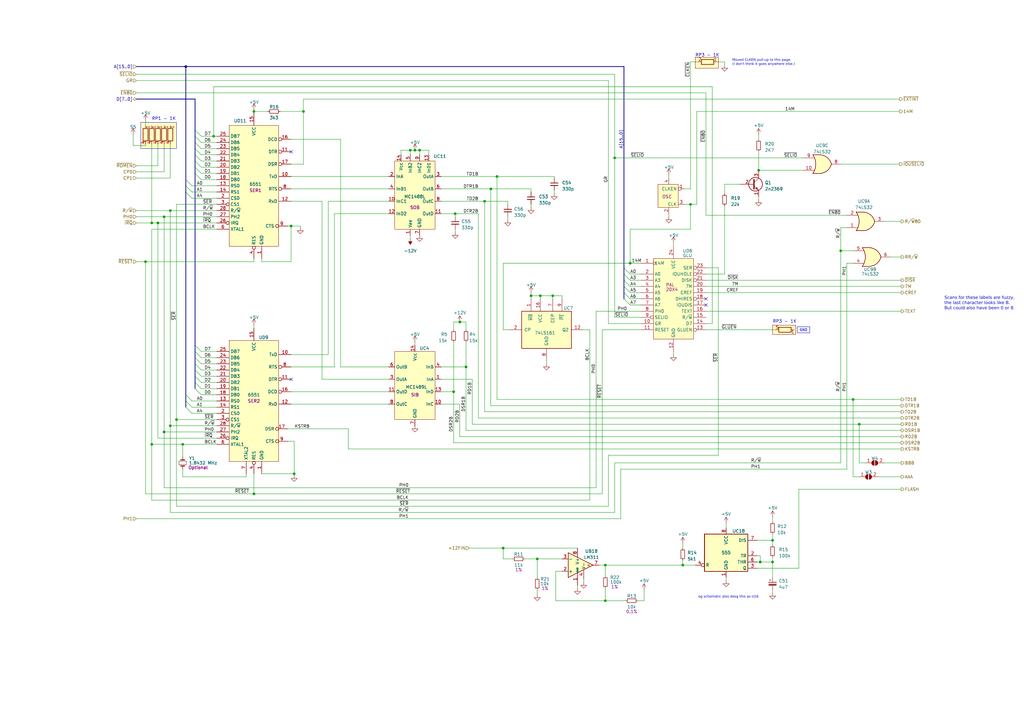
<source format=kicad_sch>
(kicad_sch (version 20230121) (generator eeschema)
  (paper "A3")
  (title_block (title "Serial and GLU") (rev "1") (company "bald.ee/bitpreserve") (comment 1 "Apple IIc"))
  (junction (at 248.285 231.775))
  (junction (at 72.39 172.085))
  (junction (at 104.14 45.72))
  (junction (at 280.035 231.775))
  (junction (at 104.14 202.565))
  (junction (at 206.375 224.79))
  (junction (at 74.93 182.245))
  (junction (at 69.85 174.625))
  (junction (at 170.18 61.595))
  (junction (at 316.865 221.615))
  (junction (at 186.69 87.63))
  (junction (at 248.285 246.38))
  (junction (at 188.595 132.08))
  (junction (at 124.46 45.72))
  (junction (at 62.23 91.44))
  (junction (at 67.31 88.9))
  (junction (at 172.085 61.595))
  (junction (at 69.85 86.36))
  (junction (at 186.055 160.655))
  (junction (at 217.805 121.285))
  (junction (at 220.345 229.235))
  (junction (at 168.275 61.595))
  (junction (at 203.835 72.39))
  (junction (at 258.445 107.95))
  (junction (at 198.755 82.55))
  (junction (at 119.38 92.71))
  (junction (at 352.425 173.99))
  (junction (at 349.885 163.83))
  (junction (at 64.77 91.44))
  (junction (at 252.095 64.77))
  (junction (at 221.615 121.285))
  (junction (at 226.695 121.285))
  (junction (at 120.65 194.31))
  (junction (at 67.31 177.165))
  (junction (at 311.785 230.505))
  (junction (at 191.135 150.495))
  (junction (at 201.295 77.47))
  (junction (at 59.69 107.315))
  (junction (at 283.21 83.82))
  (junction (at 316.865 230.505))
  (junction (at 344.805 102.87))
  (junction (at 87.63 55.88))
  (junction (at 311.15 69.85))
  (junction (at 62.23 182.245))
  (junction (at 76.2 27.305))
  (no_connect (at 119.38 62.23))
  (no_connect (at 289.56 125.095))
  (no_connect (at 289.56 122.555))
  (no_connect (at 119.38 155.575))
  (bus_entry (at 80.01 58.42) (size 2.54 2.54))
  (bus_entry (at 255.905 117.475) (size 2.54 2.54))
  (bus_entry (at 255.905 112.395) (size 2.54 2.54))
  (bus_entry (at 80.01 68.58) (size 2.54 2.54))
  (bus_entry (at 76.2 76.2) (size 2.54 2.54))
  (bus_entry (at 80.01 71.12) (size 2.54 2.54))
  (bus_entry (at 76.2 167.005) (size 2.54 2.54))
  (bus_entry (at 80.01 146.685) (size 2.54 2.54))
  (bus_entry (at 80.01 151.765) (size 2.54 2.54))
  (bus_entry (at 80.01 60.96) (size 2.54 2.54))
  (bus_entry (at 255.905 114.935) (size 2.54 2.54))
  (bus_entry (at 80.01 141.605) (size 2.54 2.54))
  (bus_entry (at 76.2 161.925) (size 2.54 2.54))
  (bus_entry (at 80.01 53.34) (size 2.54 2.54))
  (bus_entry (at 80.01 154.305) (size 2.54 2.54))
  (bus_entry (at 255.905 120.015) (size 2.54 2.54))
  (bus_entry (at 76.2 164.465) (size 2.54 2.54))
  (bus_entry (at 80.01 55.88) (size 2.54 2.54))
  (bus_entry (at 80.01 159.385) (size 2.54 2.54))
  (bus_entry (at 255.905 122.555) (size 2.54 2.54))
  (bus_entry (at 80.01 66.04) (size 2.54 2.54))
  (bus_entry (at 76.2 78.74) (size 2.54 2.54))
  (bus_entry (at 80.01 144.145) (size 2.54 2.54))
  (bus_entry (at 80.01 149.225) (size 2.54 2.54))
  (bus_entry (at 80.01 63.5) (size 2.54 2.54))
  (bus_entry (at 76.2 73.66) (size 2.54 2.54))
  (bus_entry (at 80.01 156.845) (size 2.54 2.54))
  (bus_entry (at 255.905 109.855) (size 2.54 2.54))
  (wire (pts (xy 369.57 171.45) (xy 196.215 171.45)))
  (wire (pts (xy 276.225 144.145) (xy 276.225 145.415)))
  (wire (pts (xy 215.265 229.235) (xy 220.345 229.235)))
  (wire (pts (xy 285.75 45.72) (xy 285.75 83.82)))
  (wire (pts (xy 139.7 57.15) (xy 139.7 150.495)))
  (wire (pts (xy 82.55 73.66) (xy 88.9 73.66)))
  (wire (pts (xy 180.975 160.655) (xy 186.055 160.655)))
  (wire (pts (xy 193.675 155.575) (xy 193.675 173.99)))
  (wire (pts (xy 69.85 210.185) (xy 252.095 210.185)))
  (wire (pts (xy 264.16 246.38) (xy 261.62 246.38)))
  (wire (pts (xy 248.285 241.3) (xy 248.285 246.38)))
  (wire (pts (xy 283.21 77.47) (xy 280.67 77.47)))
  (wire (pts (xy 180.975 72.39) (xy 203.835 72.39)))
  (wire (pts (xy 118.11 92.71) (xy 119.38 92.71)))
  (wire (pts (xy 258.445 93.98) (xy 258.445 107.95)))
  (wire (pts (xy 69.85 86.36) (xy 69.85 174.625)))
  (wire (pts (xy 280.035 231.775) (xy 285.115 231.775)))
  (wire (pts (xy 254.635 192.405) (xy 254.635 212.725)))
  (wire (pts (xy 67.31 88.9) (xy 88.9 88.9)))
  (wire (pts (xy 191.135 176.53) (xy 369.57 176.53)))
  (wire (pts (xy 201.295 77.47) (xy 217.805 77.47)))
  (wire (pts (xy 208.28 82.55) (xy 208.28 83.82)))
  (wire (pts (xy 59.69 107.315) (xy 59.69 202.565)))
  (wire (pts (xy 201.295 77.47) (xy 201.295 166.37)))
  (wire (pts (xy 107.315 194.31) (xy 120.65 194.31)))
  (wire (pts (xy 344.805 102.87) (xy 344.805 189.865)))
  (wire (pts (xy 82.55 71.12) (xy 88.9 71.12)))
  (bus (pts (xy 76.2 27.305) (xy 55.88 27.305)))
  (bus (pts (xy 55.88 40.64) (xy 80.01 40.64)))
  (wire (pts (xy 74.93 182.245) (xy 74.93 187.325)))
  (wire (pts (xy 289.56 120.015) (xy 369.57 120.015)))
  (wire (pts (xy 124.46 45.72) (xy 124.46 40.64)))
  (wire (pts (xy 55.88 86.36) (xy 69.85 86.36)))
  (wire (pts (xy 294.64 186.69) (xy 294.64 109.855)))
  (wire (pts (xy 74.93 195.58) (xy 74.93 192.405)))
  (wire (pts (xy 118.11 175.895) (xy 142.875 175.895)))
  (wire (pts (xy 87.63 55.88) (xy 88.9 55.88)))
  (bus (pts (xy 76.2 78.74) (xy 76.2 161.925)))
  (wire (pts (xy 104.14 45.72) (xy 109.855 45.72)))
  (wire (pts (xy 311.785 227.965) (xy 310.515 227.965)))
  (wire (pts (xy 104.14 106.045) (xy 104.14 107.315)))
  (wire (pts (xy 82.55 68.58) (xy 88.9 68.58)))
  (wire (pts (xy 82.55 63.5) (xy 88.9 63.5)))
  (wire (pts (xy 124.46 67.31) (xy 124.46 45.72)))
  (wire (pts (xy 292.1 35.56) (xy 292.1 132.715)))
  (wire (pts (xy 252.095 189.865) (xy 252.095 210.185)))
  (wire (pts (xy 67.31 200.025) (xy 244.475 200.025)))
  (wire (pts (xy 258.445 112.395) (xy 262.89 112.395)))
  (wire (pts (xy 294.005 25.4) (xy 297.18 25.4)))
  (wire (pts (xy 82.55 146.685) (xy 88.9 146.685)))
  (wire (pts (xy 311.785 230.505) (xy 311.785 227.965)))
  (wire (pts (xy 188.595 132.08) (xy 191.135 132.08)))
  (wire (pts (xy 347.345 88.265) (xy 289.56 88.265)))
  (wire (pts (xy 67.31 70.485) (xy 67.31 59.055)))
  (wire (pts (xy 236.855 240.03) (xy 236.855 241.3)))
  (wire (pts (xy 188.595 165.735) (xy 188.595 179.07)))
  (wire (pts (xy 226.695 121.285) (xy 226.695 122.555)))
  (wire (pts (xy 78.74 164.465) (xy 88.9 164.465)))
  (wire (pts (xy 248.285 231.775) (xy 248.285 236.22)))
  (wire (pts (xy 82.55 55.88) (xy 87.63 55.88)))
  (wire (pts (xy 349.885 163.83) (xy 349.885 195.58)))
  (wire (pts (xy 119.38 150.495) (xy 137.16 150.495)))
  (wire (pts (xy 78.74 76.2) (xy 88.9 76.2)))
  (wire (pts (xy 198.755 82.55) (xy 198.755 168.91)))
  (wire (pts (xy 297.815 236.855) (xy 297.815 238.125)))
  (wire (pts (xy 244.475 127.635) (xy 244.475 200.025)))
  (wire (pts (xy 164.465 63.5) (xy 164.465 61.595)))
  (wire (pts (xy 297.18 79.375) (xy 297.18 75.565)))
  (wire (pts (xy 249.555 186.69) (xy 294.64 186.69)))
  (wire (pts (xy 264.16 241.935) (xy 264.16 246.38)))
  (wire (pts (xy 180.975 155.575) (xy 193.675 155.575)))
  (wire (pts (xy 368.935 45.72) (xy 285.75 45.72)))
  (bus (pts (xy 80.01 40.64) (xy 80.01 53.34)))
  (wire (pts (xy 258.445 125.095) (xy 262.89 125.095)))
  (wire (pts (xy 201.295 166.37) (xy 369.57 166.37)))
  (wire (pts (xy 132.08 155.575) (xy 159.385 155.575)))
  (wire (pts (xy 55.88 33.02) (xy 249.555 33.02)))
  (wire (pts (xy 67.31 88.9) (xy 67.31 177.165)))
  (wire (pts (xy 118.11 180.975) (xy 120.65 180.975)))
  (wire (pts (xy 206.375 229.235) (xy 210.185 229.235)))
  (wire (pts (xy 283.21 83.82) (xy 283.21 93.98)))
  (bus (pts (xy 80.01 66.04) (xy 80.01 68.58)))
  (wire (pts (xy 100.965 194.31) (xy 100.965 195.58)))
  (wire (pts (xy 82.55 149.225) (xy 88.9 149.225)))
  (wire (pts (xy 120.65 194.31) (xy 120.65 180.975)))
  (wire (pts (xy 188.595 179.07) (xy 369.57 179.07)))
  (wire (pts (xy 344.805 67.31) (xy 368.935 67.31)))
  (wire (pts (xy 55.88 67.945) (xy 64.77 67.945)))
  (wire (pts (xy 311.15 55.245) (xy 311.15 57.15)))
  (wire (pts (xy 316.865 230.505) (xy 316.865 236.855)))
  (wire (pts (xy 289.56 112.395) (xy 297.18 112.395)))
  (bus (pts (xy 80.01 146.685) (xy 80.01 149.225)))
  (wire (pts (xy 170.18 140.335) (xy 170.18 141.605)))
  (wire (pts (xy 186.055 181.61) (xy 369.57 181.61)))
  (wire (pts (xy 186.055 160.655) (xy 186.055 181.61)))
  (wire (pts (xy 67.31 177.165) (xy 67.31 200.025)))
  (wire (pts (xy 69.85 174.625) (xy 69.85 210.185)))
  (wire (pts (xy 120.65 194.31) (xy 120.65 194.945)))
  (wire (pts (xy 137.16 87.63) (xy 159.385 87.63)))
  (wire (pts (xy 360.045 195.58) (xy 369.57 195.58)))
  (wire (pts (xy 310.515 233.045) (xy 327.66 233.045)))
  (wire (pts (xy 119.38 67.31) (xy 124.46 67.31)))
  (wire (pts (xy 316.865 221.615) (xy 316.865 223.52)))
  (wire (pts (xy 62.23 93.98) (xy 62.23 182.245)))
  (wire (pts (xy 239.395 135.255) (xy 241.935 135.255)))
  (wire (pts (xy 168.275 96.52) (xy 168.275 97.79)))
  (wire (pts (xy 100.965 195.58) (xy 74.93 195.58)))
  (bus (pts (xy 80.01 63.5) (xy 80.01 66.04)))
  (bus (pts (xy 76.2 161.925) (xy 76.2 164.465)))
  (wire (pts (xy 186.69 93.98) (xy 186.69 95.25)))
  (wire (pts (xy 191.135 150.495) (xy 191.135 176.53)))
  (wire (pts (xy 164.465 61.595) (xy 168.275 61.595)))
  (wire (pts (xy 186.055 160.655) (xy 186.055 140.335)))
  (wire (pts (xy 354.965 189.865) (xy 352.425 189.865)))
  (wire (pts (xy 175.895 61.595) (xy 175.895 63.5)))
  (wire (pts (xy 262.89 135.255) (xy 247.015 135.255)))
  (wire (pts (xy 289.56 114.935) (xy 369.57 114.935)))
  (wire (pts (xy 285.75 83.82) (xy 283.21 83.82)))
  (wire (pts (xy 119.38 92.71) (xy 123.19 92.71)))
  (wire (pts (xy 107.315 107.315) (xy 119.38 107.315)))
  (wire (pts (xy 59.69 49.53) (xy 59.69 51.435)))
  (wire (pts (xy 258.445 114.935) (xy 262.89 114.935)))
  (wire (pts (xy 220.345 229.235) (xy 230.505 229.235)))
  (wire (pts (xy 82.55 66.04) (xy 88.9 66.04)))
  (wire (pts (xy 221.615 121.285) (xy 217.805 121.285)))
  (wire (pts (xy 276.225 99.695) (xy 276.225 100.965)))
  (wire (pts (xy 180.975 150.495) (xy 191.135 150.495)))
  (wire (pts (xy 203.835 72.39) (xy 227.33 72.39)))
  (wire (pts (xy 186.69 87.63) (xy 196.215 87.63)))
  (wire (pts (xy 186.055 132.08) (xy 188.595 132.08)))
  (wire (pts (xy 55.88 107.315) (xy 59.69 107.315)))
  (wire (pts (xy 217.805 77.47) (xy 217.805 78.74)))
  (wire (pts (xy 64.77 179.705) (xy 88.9 179.705)))
  (wire (pts (xy 139.7 150.495) (xy 159.385 150.495)))
  (wire (pts (xy 54.61 55.245) (xy 54.61 59.69)))
  (wire (pts (xy 344.805 93.345) (xy 344.805 102.87)))
  (bus (pts (xy 80.01 149.225) (xy 80.01 151.765)))
  (wire (pts (xy 362.585 90.805) (xy 369.57 90.805)))
  (wire (pts (xy 220.345 241.935) (xy 220.345 243.84)))
  (wire (pts (xy 59.69 59.69) (xy 54.61 59.69)))
  (wire (pts (xy 180.975 165.735) (xy 188.595 165.735)))
  (wire (pts (xy 59.69 59.055) (xy 59.69 59.69)))
  (wire (pts (xy 230.505 122.555) (xy 230.505 121.285)))
  (wire (pts (xy 59.69 107.315) (xy 104.14 107.315)))
  (wire (pts (xy 289.56 127.635) (xy 369.57 127.635)))
  (wire (pts (xy 217.805 120.015) (xy 217.805 121.285)))
  (wire (pts (xy 69.85 86.36) (xy 88.9 86.36)))
  (wire (pts (xy 119.38 165.735) (xy 159.385 165.735)))
  (wire (pts (xy 82.55 156.845) (xy 88.9 156.845)))
  (wire (pts (xy 82.55 144.145) (xy 88.9 144.145)))
  (wire (pts (xy 82.55 154.305) (xy 88.9 154.305)))
  (wire (pts (xy 104.14 45.085) (xy 104.14 45.72)))
  (wire (pts (xy 283.21 93.98) (xy 258.445 93.98)))
  (wire (pts (xy 208.915 135.255) (xy 206.375 135.255)))
  (wire (pts (xy 311.15 62.23) (xy 311.15 69.85)))
  (wire (pts (xy 297.18 75.565) (xy 303.53 75.565)))
  (wire (pts (xy 352.425 173.99) (xy 352.425 189.865)))
  (wire (pts (xy 316.865 241.935) (xy 316.865 243.205)))
  (bus (pts (xy 255.905 112.395) (xy 255.905 109.855)))
  (wire (pts (xy 119.38 77.47) (xy 159.385 77.47)))
  (bus (pts (xy 255.905 114.935) (xy 255.905 112.395)))
  (wire (pts (xy 247.015 135.255) (xy 247.015 202.565)))
  (wire (pts (xy 119.38 107.315) (xy 119.38 92.71)))
  (wire (pts (xy 349.885 102.87) (xy 344.805 102.87)))
  (wire (pts (xy 206.375 224.79) (xy 236.855 224.79)))
  (wire (pts (xy 258.445 107.95) (xy 262.89 107.95)))
  (wire (pts (xy 206.375 107.95) (xy 206.375 135.255)))
  (wire (pts (xy 289.56 88.265) (xy 289.56 38.1)))
  (wire (pts (xy 316.865 219.075) (xy 316.865 221.615)))
  (wire (pts (xy 62.23 182.245) (xy 62.23 205.105)))
  (bus (pts (xy 255.905 117.475) (xy 255.905 114.935)))
  (wire (pts (xy 227.965 246.38) (xy 248.285 246.38)))
  (wire (pts (xy 69.85 59.055) (xy 69.85 73.025)))
  (wire (pts (xy 226.695 121.285) (xy 221.615 121.285)))
  (wire (pts (xy 180.975 77.47) (xy 201.295 77.47)))
  (wire (pts (xy 104.14 202.565) (xy 247.015 202.565)))
  (wire (pts (xy 221.615 121.285) (xy 221.615 122.555)))
  (bus (pts (xy 80.01 71.12) (xy 80.01 141.605)))
  (wire (pts (xy 248.285 231.775) (xy 280.035 231.775)))
  (wire (pts (xy 258.445 122.555) (xy 262.89 122.555)))
  (wire (pts (xy 289.56 117.475) (xy 369.57 117.475)))
  (wire (pts (xy 104.14 133.35) (xy 104.14 134.62)))
  (bus (pts (xy 80.01 53.34) (xy 80.01 55.88)))
  (wire (pts (xy 297.18 84.455) (xy 297.18 112.395)))
  (wire (pts (xy 280.67 83.82) (xy 283.21 83.82)))
  (wire (pts (xy 297.815 214.63) (xy 297.815 216.535)))
  (wire (pts (xy 249.555 33.02) (xy 249.555 132.715)))
  (wire (pts (xy 62.23 205.105) (xy 241.935 205.105)))
  (wire (pts (xy 119.38 160.655) (xy 159.385 160.655)))
  (wire (pts (xy 217.805 121.285) (xy 217.805 122.555)))
  (wire (pts (xy 170.18 61.595) (xy 172.085 61.595)))
  (wire (pts (xy 203.835 163.83) (xy 349.885 163.83)))
  (wire (pts (xy 64.77 59.055) (xy 64.77 67.945)))
  (wire (pts (xy 119.38 82.55) (xy 132.08 82.55)))
  (wire (pts (xy 206.375 224.79) (xy 206.375 229.235)))
  (wire (pts (xy 69.85 174.625) (xy 88.9 174.625)))
  (bus (pts (xy 80.01 55.88) (xy 80.01 58.42)))
  (wire (pts (xy 347.345 107.95) (xy 349.885 107.95)))
  (wire (pts (xy 310.515 230.505) (xy 311.785 230.505)))
  (wire (pts (xy 55.88 88.9) (xy 67.31 88.9)))
  (wire (pts (xy 241.935 135.255) (xy 241.935 205.105)))
  (wire (pts (xy 119.38 72.39) (xy 159.385 72.39)))
  (wire (pts (xy 274.32 87.63) (xy 274.32 88.9)))
  (bus (pts (xy 76.2 27.305) (xy 76.2 73.66)))
  (wire (pts (xy 132.08 82.55) (xy 132.08 155.575)))
  (bus (pts (xy 80.01 151.765) (xy 80.01 154.305)))
  (wire (pts (xy 252.095 64.77) (xy 329.565 64.77)))
  (wire (pts (xy 168.275 61.595) (xy 168.275 63.5)))
  (bus (pts (xy 80.01 144.145) (xy 80.01 146.685)))
  (wire (pts (xy 327.66 200.66) (xy 369.57 200.66)))
  (wire (pts (xy 67.31 177.165) (xy 88.9 177.165)))
  (wire (pts (xy 107.315 106.045) (xy 107.315 107.315)))
  (wire (pts (xy 82.55 58.42) (xy 88.9 58.42)))
  (wire (pts (xy 186.69 88.9) (xy 186.69 87.63)))
  (wire (pts (xy 123.19 92.71) (xy 123.19 93.345)))
  (wire (pts (xy 142.875 175.895) (xy 142.875 184.15)))
  (wire (pts (xy 227.965 234.315) (xy 227.965 246.38)))
  (wire (pts (xy 254.635 192.405) (xy 347.345 192.405)))
  (bus (pts (xy 80.01 154.305) (xy 80.01 156.845)))
  (bus (pts (xy 80.01 60.96) (xy 80.01 63.5)))
  (wire (pts (xy 88.9 182.245) (xy 74.93 182.245)))
  (wire (pts (xy 227.33 78.105) (xy 227.33 79.375)))
  (wire (pts (xy 327.66 233.045) (xy 327.66 200.66)))
  (wire (pts (xy 78.74 167.005) (xy 88.9 167.005)))
  (wire (pts (xy 186.055 132.08) (xy 186.055 135.255)))
  (wire (pts (xy 203.835 72.39) (xy 203.835 163.83)))
  (wire (pts (xy 72.39 207.645) (xy 249.555 207.645)))
  (wire (pts (xy 310.515 221.615) (xy 316.865 221.615)))
  (bus (pts (xy 76.2 76.2) (xy 76.2 73.66)))
  (wire (pts (xy 64.77 91.44) (xy 64.77 179.705)))
  (wire (pts (xy 87.63 35.56) (xy 292.1 35.56)))
  (wire (pts (xy 78.74 78.74) (xy 88.9 78.74)))
  (wire (pts (xy 62.23 59.055) (xy 62.23 91.44)))
  (wire (pts (xy 168.275 61.595) (xy 170.18 61.595)))
  (wire (pts (xy 119.38 57.15) (xy 139.7 57.15)))
  (wire (pts (xy 262.89 130.175) (xy 252.095 130.175)))
  (wire (pts (xy 82.55 151.765) (xy 88.9 151.765)))
  (wire (pts (xy 191.135 150.495) (xy 191.135 140.335)))
  (bus (pts (xy 76.2 78.74) (xy 76.2 76.2)))
  (wire (pts (xy 294.64 109.855) (xy 289.56 109.855)))
  (wire (pts (xy 55.88 91.44) (xy 62.23 91.44)))
  (wire (pts (xy 198.755 82.55) (xy 208.28 82.55)))
  (wire (pts (xy 344.805 93.345) (xy 347.345 93.345)))
  (wire (pts (xy 78.74 81.28) (xy 88.9 81.28)))
  (wire (pts (xy 220.345 229.235) (xy 220.345 236.855)))
  (wire (pts (xy 114.935 45.72) (xy 124.46 45.72)))
  (wire (pts (xy 362.585 189.865) (xy 369.57 189.865)))
  (wire (pts (xy 82.55 60.96) (xy 88.9 60.96)))
  (wire (pts (xy 59.69 202.565) (xy 104.14 202.565)))
  (wire (pts (xy 352.425 173.99) (xy 193.675 173.99)))
  (wire (pts (xy 316.865 212.09) (xy 316.865 213.995)))
  (wire (pts (xy 55.88 212.725) (xy 254.635 212.725)))
  (wire (pts (xy 316.865 228.6) (xy 316.865 230.505)))
  (wire (pts (xy 230.505 121.285) (xy 226.695 121.285)))
  (wire (pts (xy 283.21 25.4) (xy 286.385 25.4)))
  (wire (pts (xy 227.33 72.39) (xy 227.33 73.025)))
  (wire (pts (xy 191.135 132.08) (xy 191.135 135.255)))
  (wire (pts (xy 198.755 168.91) (xy 369.57 168.91)))
  (wire (pts (xy 55.88 70.485) (xy 67.31 70.485)))
  (wire (pts (xy 142.875 184.15) (xy 369.57 184.15)))
  (wire (pts (xy 283.21 25.4) (xy 283.21 77.47)))
  (wire (pts (xy 274.32 71.755) (xy 274.32 73.025)))
  (wire (pts (xy 82.55 161.925) (xy 88.9 161.925)))
  (bus (pts (xy 80.01 141.605) (xy 80.01 144.145)))
  (wire (pts (xy 87.63 55.88) (xy 87.63 35.56)))
  (wire (pts (xy 252.095 64.77) (xy 252.095 130.175)))
  (bus (pts (xy 255.905 120.015) (xy 255.905 117.475)))
  (bus (pts (xy 255.905 122.555) (xy 255.905 120.015)))
  (wire (pts (xy 311.785 230.505) (xy 316.865 230.505)))
  (wire (pts (xy 180.975 82.55) (xy 198.755 82.55)))
  (wire (pts (xy 311.15 80.645) (xy 311.15 81.915)))
  (wire (pts (xy 369.57 173.99) (xy 352.425 173.99)))
  (wire (pts (xy 186.69 87.63) (xy 180.975 87.63)))
  (wire (pts (xy 280.035 222.885) (xy 280.035 224.79)))
  (wire (pts (xy 230.505 234.315) (xy 227.965 234.315)))
  (wire (pts (xy 69.85 73.025) (xy 55.88 73.025)))
  (wire (pts (xy 172.085 61.595) (xy 175.895 61.595)))
  (wire (pts (xy 252.095 189.865) (xy 344.805 189.865)))
  (bus (pts (xy 255.905 27.305) (xy 255.905 109.855)))
  (wire (pts (xy 124.46 40.64) (xy 368.935 40.64)))
  (wire (pts (xy 78.74 169.545) (xy 88.9 169.545)))
  (wire (pts (xy 252.095 30.48) (xy 252.095 64.77)))
  (wire (pts (xy 82.55 159.385) (xy 88.9 159.385)))
  (wire (pts (xy 104.14 202.565) (xy 104.14 194.31)))
  (wire (pts (xy 289.56 132.715) (xy 292.1 132.715)))
  (wire (pts (xy 134.62 145.415) (xy 134.62 82.55)))
  (wire (pts (xy 280.035 229.87) (xy 280.035 231.775)))
  (wire (pts (xy 258.445 117.475) (xy 262.89 117.475)))
  (wire (pts (xy 258.445 107.95) (xy 206.375 107.95)))
  (wire (pts (xy 224.155 147.955) (xy 224.155 149.225)))
  (wire (pts (xy 196.215 87.63) (xy 196.215 171.45)))
  (wire (pts (xy 104.14 45.72) (xy 104.14 46.355)))
  (wire (pts (xy 192.405 224.79) (xy 206.375 224.79)))
  (wire (pts (xy 289.56 135.255) (xy 318.135 135.255)))
  (wire (pts (xy 217.805 83.82) (xy 217.805 85.09)))
  (wire (pts (xy 249.555 207.645) (xy 249.555 186.69)))
  (wire (pts (xy 119.38 145.415) (xy 134.62 145.415)))
  (wire (pts (xy 311.15 69.85) (xy 329.565 69.85)))
  (wire (pts (xy 245.745 231.775) (xy 248.285 231.775)))
  (wire (pts (xy 88.9 172.085) (xy 72.39 172.085)))
  (wire (pts (xy 297.18 25.4) (xy 297.18 26.67)))
  (wire (pts (xy 347.345 107.95) (xy 347.345 192.405)))
  (wire (pts (xy 64.77 91.44) (xy 88.9 91.44)))
  (wire (pts (xy 134.62 82.55) (xy 159.385 82.55)))
  (wire (pts (xy 365.125 105.41) (xy 369.57 105.41)))
  (wire (pts (xy 349.885 163.83) (xy 369.57 163.83)))
  (wire (pts (xy 72.39 83.82) (xy 72.39 172.085)))
  (wire (pts (xy 88.9 83.82) (xy 72.39 83.82)))
  (wire (pts (xy 62.23 91.44) (xy 64.77 91.44)))
  (wire (pts (xy 248.285 246.38) (xy 256.54 246.38)))
  (wire (pts (xy 352.425 195.58) (xy 349.885 195.58)))
  (wire (pts (xy 208.28 88.9) (xy 208.28 90.17)))
  (bus (pts (xy 80.01 156.845) (xy 80.01 159.385)))
  (wire (pts (xy 74.93 182.245) (xy 62.23 182.245)))
  (wire (pts (xy 55.88 38.1) (xy 289.56 38.1)))
  (wire (pts (xy 258.445 120.015) (xy 262.89 120.015)))
  (wire (pts (xy 244.475 127.635) (xy 262.89 127.635)))
  (wire (pts (xy 55.88 30.48) (xy 252.095 30.48)))
  (wire (pts (xy 311.15 69.85) (xy 311.15 70.485)))
  (wire (pts (xy 239.395 237.49) (xy 239.395 238.76)))
  (wire (pts (xy 62.23 93.98) (xy 88.9 93.98)))
  (wire (pts (xy 172.085 61.595) (xy 172.085 63.5)))
  (wire (pts (xy 262.89 132.715) (xy 249.555 132.715)))
  (bus (pts (xy 80.01 58.42) (xy 80.01 60.96)))
  (bus (pts (xy 76.2 27.305) (xy 255.905 27.305)))
  (bus (pts (xy 76.2 164.465) (xy 76.2 167.005)))
  (wire (pts (xy 72.39 172.085) (xy 72.39 207.645)))
  (bus (pts (xy 80.01 68.58) (xy 80.01 71.12)))
  (wire (pts (xy 137.16 150.495) (xy 137.16 87.63)))
  (rectangle (start 285.115 23.495) (end 294.64 27.94) (stroke (width 0) (color 132 0 0 1)) (fill (type color) (color 255 255 194 1)))
  (rectangle (start 57.785 50.165) (end 72.39 60.96) (fill (type color) (color 255 255 194 1)))
  (rectangle (start 316.865 133.35) (end 326.39 137.16) (stroke (width 0) (color 132 0 0 1)) (fill (type color) (color 255 255 194 1)))
  (text_box "GND" (at 327.025 133.985 0) (size 5.08 2.54) (effects (font (size 1 1))))
  (text "og schematic also desg this as U16" (at 286.385 245.745 0) (effects (font (size 1 1)) (justify left bottom)))
  (text "RP3 - 1K" (at 316.865 132.715 0) (effects (font (size 1.27 1.27)) (justify left bottom)))
  (text "Moved CLKEN pull-up to this page.\n(I don't think it goes anywhere else.)" (at 300.355 27.305 0) (effects (font (size 1 1)) (justify left bottom)))
  (text "Scans for these labels are fuzzy,\nthe last character looks like B.\nBut could also have been 0 or 8." (at 387.35 127.635 0) (effects (font (size 1.27 1.27)) (justify left bottom)))
  (text "RP1 - 1K" (at 62.23 49.53 0) (effects (font (size 1.27 1.27)) (justify left bottom)))
  (text "RP3 - 1K" (at 285.115 23.495 0) (effects (font (size 1.27 1.27)) (justify left bottom)))
  (label "D0" (at 83.82 73.66 0))
  (label "PH0" (at 83.82 177.165 0))
  (label "PH1" (at 167.64 212.725 180))
  (label "~{SER}" (at 72.39 127.635 270))
  (label "D0" (at 83.82 161.925 0))
  (label "CREF" (at 302.895 120.015 180))
  (label "R{slash}~{W}" (at 83.185 86.36 0))
  (label "~{RESET}" (at 247.015 157.48 270))
  (label "RD2B" (at 188.595 173.355 90))
  (label "DSR1B" (at 191.135 168.91 90))
  (label "DTR1B" (at 196.215 77.47 180))
  (label "PH1" (at 347.345 160.655 90))
  (label "A1" (at 80.645 167.005 0))
  (label "14M" (at 259.08 107.95 0))
  (label "PH1" (at 347.345 113.03 90))
  (label "PH1" (at 307.975 192.405 0))
  (label "D1" (at 83.82 71.12 0))
  (label "D7" (at 83.82 55.88 0))
  (label "D1" (at 83.82 159.385 0))
  (label "D6" (at 83.82 58.42 0))
  (label "~{SER}" (at 83.82 172.085 0))
  (label "~{SER}" (at 294.64 148.59 90))
  (label "D3" (at 83.82 154.305 0))
  (label "A1" (at 80.645 78.74 0))
  (label "~{IRQ}" (at 83.82 179.705 0))
  (label "14M" (at 321.945 45.72 0))
  (label "D4" (at 83.82 63.5 0))
  (label "~{SELIO}" (at 252.1966 130.175 0))
  (label "D4" (at 83.82 151.765 0))
  (label "D5" (at 83.82 60.96 0))
  (label "KSTRB" (at 127 175.895 180))
  (label "R{slash}~{W}" (at 83.82 174.625 0))
  (label "R{slash}~{W}" (at 344.805 160.655 90))
  (label "R{slash}~{W}" (at 167.64 210.185 180))
  (label "D6" (at 83.82 146.685 0))
  (label "~{GLUEN}" (at 295.91 135.255 0))
  (label "PH0" (at 244.475 149.225 270))
  (label "~{SELIO}" (at 264.16 64.77 180))
  (label "DTR2B" (at 196.215 87.63 180))
  (label "GR" (at 249.555 74.93 90))
  (label "~{IRQ}" (at 83.185 91.44 0))
  (label "R{slash}~{W}" (at 307.975 189.865 0))
  (label "A0" (at 258.445 112.395 0))
  (label "~{EN80}" (at 289.56 58.42 90))
  (label "PH0" (at 83.185 88.9 0))
  (label "A3" (at 258.445 114.935 0))
  (label "~{SER}" (at 167.64 207.645 180))
  (label "DSR2B" (at 186.055 177.165 90))
  (label "A4" (at 258.445 117.475 0))
  (label "A0" (at 80.645 164.465 0))
  (label "A5" (at 258.445 120.015 0))
  (label "A[15..0]" (at 255.905 60.96 90))
  (label "~{EN80}" (at 339.725 88.265 0))
  (label "A6" (at 258.445 122.555 0))
  (label "TD1B" (at 196.215 72.39 180))
  (label "~{RESET}" (at 102.235 202.565 180))
  (label "TD28" (at 196.215 82.55 180))
  (label "7M" (at 302.895 117.475 180))
  (label "BCLK" (at 83.185 93.98 0))
  (label "RD1B" (at 193.675 161.925 90))
  (label "A4" (at 80.645 169.545 0))
  (label "PH0" (at 257.175 127.635 180))
  (label "D5" (at 83.82 149.225 0))
  (label "~{SELIO}" (at 327.025 64.77 180))
  (label "D3" (at 83.82 66.04 0))
  (label "~{SER}" (at 83.185 83.82 0))
  (label "PH0" (at 167.64 200.025 180))
  (label "D2" (at 83.82 68.58 0))
  (label "~{RESET}" (at 168.275 202.565 180))
  (label "BCLK" (at 241.935 142.875 270))
  (label "R{slash}~{W}" (at 344.805 97.79 90))
  (label "A7" (at 258.445 125.095 0))
  (label "BCLK" (at 83.82 182.245 0))
  (label "BCLK" (at 167.64 205.105 180))
  (label "A4" (at 80.645 81.28 0))
  (label "~{CLKEN}" (at 283.21 25.4 270))
  (label "A0" (at 80.645 76.2 0))
  (label "D7" (at 83.82 144.145 0))
  (label "~{DISK}" (at 302.895 114.935 180))
  (label "D2" (at 83.82 156.845 0))
  (hierarchical_label "RR{slash}~{W}" (shape output) (at 369.57 105.41 0))
  (hierarchical_label "~{EN80}" (shape input) (at 55.88 38.1 180))
  (hierarchical_label "TEXT" (shape output) (at 369.57 127.635 0))
  (hierarchical_label "R{slash}~{W}" (shape input) (at 55.88 86.36 180))
  (hierarchical_label "CP1" (shape input) (at 55.88 73.025 180))
  (hierarchical_label "DTR2B" (shape output) (at 369.57 171.45 0))
  (hierarchical_label "RD2B" (shape output) (at 369.57 179.07 0))
  (hierarchical_label "~{EXTINT}" (shape output) (at 368.935 40.64 0))
  (hierarchical_label "~{IRQ}" (shape input) (at 55.88 91.44 180))
  (hierarchical_label "CP0" (shape input) (at 55.88 70.485 180))
  (hierarchical_label "DSR2B" (shape output) (at 369.57 181.61 0))
  (hierarchical_label "+12FIN" (shape input) (at 192.405 224.79 180))
  (hierarchical_label "FLASH" (shape output) (at 369.57 200.66 0))
  (hierarchical_label "AAA" (shape output) (at 369.57 195.58 0))
  (hierarchical_label "~{DISK}" (shape output) (at 369.57 114.935 0))
  (hierarchical_label "~{SELIO}" (shape input) (at 55.88 30.48 180))
  (hierarchical_label "GR" (shape input) (at 55.88 33.02 180))
  (hierarchical_label "KSTRB" (shape output) (at 369.57 184.15 0))
  (hierarchical_label "BBB" (shape output) (at 369.57 189.865 0))
  (hierarchical_label "A[15..0]" (shape input) (at 55.88 27.305 180))
  (hierarchical_label "~{ROMEN}" (shape input) (at 55.88 67.945 180))
  (hierarchical_label "PH0" (shape input) (at 55.88 88.9 180))
  (hierarchical_label "DSR1B" (shape output) (at 369.57 176.53 0))
  (hierarchical_label "TD2B" (shape output) (at 369.57 168.91 0))
  (hierarchical_label "~{RESET}" (shape input) (at 55.88 107.315 180))
  (hierarchical_label "7M" (shape output) (at 369.57 117.475 0))
  (hierarchical_label "RD1B" (shape output) (at 369.57 173.99 0))
  (hierarchical_label "14M" (shape output) (at 368.935 45.72 0))
  (hierarchical_label "PH1" (shape input) (at 55.88 212.725 180))
  (hierarchical_label "D[7..0]" (shape bidirectional) (at 55.88 40.64 180))
  (hierarchical_label "TD1B" (shape output) (at 369.57 163.83 0))
  (hierarchical_label "DTR1B" (shape output) (at 369.57 166.37 0))
  (hierarchical_label "~{IOUSELIO}" (shape output) (at 368.935 67.31 0))
  (hierarchical_label "R{slash}~{W}80" (shape output) (at 369.57 90.805 0))
  (hierarchical_label "CREF" (shape output) (at 369.57 120.015 0))
  (symbol (lib_id "Device:R_Small") (at 212.725 229.235 270) (unit 1)
    (property "Reference" "R11" (at 212.725 227.33 90))
    (property "Value" "11k" (at 212.725 231.775 90))
    (property "Tol" "1%" (at 212.725 233.68 90))
  )
  (symbol (lib_id "Apple IIc Schematic Symbols:MC1488L") (at 170.18 80.01 0) (unit 1)
    (property "Reference" "UC11" (at 177.8 64.135 0) (effects (justify left)))
    (property "Value" "MC1488L" (at 165.735 80.645 0) (effects (justify left)))
    (property "Name" "SOB" (at 170.18 85.09 0))
  )
  (symbol (lib_id "power:GND") (at 297.18 26.67 0) (unit 1)
    (property "Reference" "#PWR0155" (effects hide))
    (property "Value" "GND" (effects hide))
  )
  (symbol (lib_id "power:+5V") (at 311.15 55.245 0) (unit 1)
    (property "Reference" "#PWR0135" (effects hide))
    (property "Value" "+5V" (at 311.15 51.435 0))
  )
  (symbol (lib_id "Device:R_Small") (at 186.055 137.795 0) (mirror y) (unit 1)
    (property "Reference" "R5" (at 183.515 137.16 0) (effects (justify left)))
    (property "Value" "15k" (at 183.515 139.7 0) (effects (justify left)))
  )
  (symbol (lib_id "Device:R_Small") (at 316.865 226.06 0) (unit 1)
    (property "Reference" "R15" (at 319.405 225.425 0) (effects (justify left)))
    (property "Value" "100k" (at 319.405 227.965 0) (effects (justify left)))
  )
  (symbol (lib_id "power:GND") (at 297.815 238.125 0) (unit 1)
    (property "Reference" "#PWR0132" (effects hide))
    (property "Value" "GND" (effects hide))
  )
  (symbol (lib_id "power:+5V") (at 170.18 140.335 0) (unit 1)
    (property "Reference" "#PWR0115" (effects hide))
    (property "Value" "+5V" (at 170.18 137.16 0))
  )
  (symbol (lib_name "R6551_1") (lib_id "Apple IIc Schematic Symbols:R6551") (at 104.14 76.2 0) (unit 1)
    (property "Reference" "UD11" (at 95.885 49.53 0) (effects (justify left)))
    (property "Value" "6551" (at 104.775 75.565 0))
    (property "Name" "SER1" (at 104.775 78.105 0))
  )
  (symbol (lib_id "power:GND") (at 274.32 88.9 0) (unit 1)
    (property "Reference" "#PWR0130" (effects hide))
    (property "Value" "GND" (effects hide))
  )
  (symbol (lib_id "Device:R_Small") (at 112.395 45.72 90) (unit 1)
    (property "Reference" "R16" (at 112.395 43.815 90))
    (property "Value" "3k3" (at 112.395 48.26 90))
  )
  (symbol (lib_id "Device:Q_NPN_EBC") (at 308.61 75.565 0) (unit 1)
    (property "Reference" "Q1" (at 313.69 74.93 0) (effects (justify left)))
    (property "Value" "2n2369" (at 313.69 77.47 0) (effects (justify left)))
  )
  (symbol (lib_id "power:+5V") (at 217.805 120.015 0) (unit 1)
    (property "Reference" "#PWR0120" (effects hide))
    (property "Value" "+5V" (at 217.805 116.84 0))
  )
  (symbol (lib_id "Device:R_Small") (at 316.865 216.535 0) (unit 1)
    (property "Reference" "R12" (at 318.77 215.9 0) (effects (justify left)))
    (property "Value" "10k" (at 318.77 218.44 0) (effects (justify left)))
  )
  (symbol (lib_id "Apple IIc Schematic Symbols:555-IIc") (at 297.815 226.695 0) (unit 1)
    (property "Reference" "UC18" (at 300.355 217.805 0) (effects (justify left)))
    (property "Value" "555" (at 295.91 226.695 0) (effects (justify left)))
  )
  (symbol (lib_id "Apple IIc Schematic Symbols:R6551") (at 104.14 164.465 0) (unit 1)
    (property "Reference" "UD9" (at 106.0959 138.43 0) (effects (justify left)))
    (property "Value" "6551" (at 104.14 161.925 0))
    (property "Name" "SER2" (at 104.14 164.465 0))
  )
  (symbol (lib_id "74xx:74LS32") (at 337.185 67.31 0) (unit 3)
    (property "Reference" "UC9" (at 337.185 59.69 0))
    (property "Value" "74LS32" (at 337.185 62.23 0))
    (property "Datasheet" "http://www.ti.com/lit/gpn/sn74LS32" (effects hide))
  )
  (symbol (lib_id "Device:C_Polarized_Small") (at 316.865 239.395 0) (unit 1)
    (property "Reference" "C51" (at 319.405 238.2139 0) (effects (justify left)))
    (property "Value" "4u7" (at 319.405 240.7539 0) (effects (justify left)))
  )
  (symbol (lib_id "power:GND") (at 120.65 194.945 0) (unit 1)
    (property "Reference" "#PWR0112" (effects hide))
    (property "Value" "GND" (effects hide))
  )
  (symbol (lib_id "power:GND") (at 208.28 90.17 0) (unit 1)
    (property "Reference" "#PWR0122" (effects hide))
    (property "Value" "GND" (effects hide))
  )
  (symbol (lib_id "power:+5V") (at 104.14 133.35 0) (unit 1)
    (property "Reference" "#PWR0114" (effects hide))
    (property "Value" "+5V" (at 104.14 130.175 0))
  )
  (symbol (lib_id "power:+5V") (at 104.14 45.085 0) (unit 1)
    (property "Reference" "#PWR0113" (effects hide))
    (property "Value" "+5V" (at 104.14 41.91 0))
  )
  (symbol (lib_id "power:GND") (at 186.69 95.25 0) (unit 1)
    (property "Reference" "#PWR0123" (effects hide))
    (property "Value" "GND" (effects hide))
  )
  (symbol (lib_id "power:GND") (at 276.225 145.415 0) (unit 1)
    (property "Reference" "#PWR0128" (effects hide))
    (property "Value" "GND" (effects hide))
  )
  (symbol (lib_id "power:+5V") (at 316.865 212.09 0) (unit 1)
    (property "Reference" "#PWR0137" (effects hide))
    (property "Value" "+5V" (at 316.865 208.28 0))
  )
  (symbol (lib_id "Device:R_Network09_Split") (at 69.85 55.245 0) (unit 3)
    (property "Reference" "RP1" (effects hide))
    (property "Value" "1k" (effects hide))
    (property "Footprint" "Resistor_THT:R_Array_SIP10" (effects hide))
    (property "Datasheet" "http://www.vishay.com/docs/31509/csc.pdf" (effects hide))
    (instances (project "Apple IIc" (path "" (reference "RP1") (unit 3)) (path "" (reference "RP8") (unit 9))))
  )
  (symbol (lib_id "Apple IIc Schematic Symbols:MC1489L") (at 170.18 158.115 0) (unit 1)
    (property "Reference" "UC4" (at 172.085 142.875 0) (effects (justify left)))
    (property "Value" "MC1489L" (at 166.37 158.75 0) (effects (justify left)))
    (property "Name" "SIB" (at 170.18 161.925 0))
  )
  (symbol (lib_id "Device:R_Small") (at 259.08 246.38 90) (unit 1)
    (property "Reference" "R13" (at 259.08 244.475 90))
    (property "Value" "10k" (at 259.08 248.92 90))
    (property "Tol" "0.1%" (at 259.08 250.825 90))
  )
  (symbol (lib_id "Device:R_Small") (at 297.18 81.915 0) (unit 1)
    (property "Reference" "R19" (at 299.72 81.28 0) (effects (justify left)))
    (property "Value" "22k" (at 299.72 83.82 0) (effects (justify left)))
  )
  (symbol (lib_id "power:+5V") (at 297.815 214.63 0) (unit 1)
    (property "Reference" "#PWR0138" (effects hide))
    (property "Value" "+5V" (at 297.815 210.82 0))
  )
  (symbol (lib_id "Device:R_Network07_Split") (at 321.945 135.255 270) (unit 4)
    (property "Reference" "RP11" (effects hide))
    (property "Value" "1k" (effects hide))
    (property "Footprint" "Resistor_THT:R_Array_SIP8" (effects hide))
    (property "Datasheet" "http://www.vishay.com/docs/31509/csc.pdf" (effects hide))
    (instances (project "Apple IIc" (path "" (reference "RP11") (unit 4)) (path "" (reference "RP3") (unit 5))))
  )
  (symbol (lib_id "power:GND") (at 227.33 79.375 0) (unit 1)
    (property "Reference" "#PWR0121" (effects hide))
    (property "Value" "GND" (effects hide))
  )
  (symbol (lib_id "power:GND") (at 311.15 81.915 0) (unit 1)
    (property "Reference" "#PWR0131" (effects hide))
    (property "Value" "GND" (effects hide))
  )
  (symbol (lib_id "74xx:74LS32") (at 357.505 105.41 0) (mirror x) (unit 2)
    (property "Reference" "UC9" (at 356.87 110.49 0))
    (property "Value" "74LS32" (at 356.87 112.395 0))
    (property "Datasheet" "http://www.ti.com/lit/gpn/sn74LS32" (effects hide))
  )
  (symbol (lib_id "power:GND") (at 123.19 93.345 0) (unit 1)
    (property "Reference" "#PWR0111" (effects hide))
    (property "Value" "GND" (effects hide))
  )
  (symbol (lib_id "Apple IIc Schematic Symbols:LM311-IIc") (at 238.125 231.775 0) (unit 1)
    (property "Reference" "UB18" (at 242.57 226.06 0))
    (property "Value" "LM311" (at 242.57 228.6 0))
  )
  (symbol (lib_id "power:+12V") (at 188.595 132.08 0) (unit 1)
    (property "Reference" "#PWR0125" (effects hide))
    (property "Value" "+12V" (at 188.595 128.27 0))
  )
  (symbol (lib_id "Device:C_Small") (at 208.28 86.36 0) (unit 1)
    (property "Reference" "C56" (at 210.82 85.7313 0) (effects (justify left)))
    (property "Value" "330p" (at 210.82 88.2713 0) (effects (justify left)))
  )
  (symbol (lib_id "Device:R_Network09_Split") (at 67.31 55.245 0) (unit 3)
    (property "Reference" "RP1" (effects hide))
    (property "Value" "1k" (effects hide))
    (property "Footprint" "Resistor_THT:R_Array_SIP10" (effects hide))
    (property "Datasheet" "http://www.vishay.com/docs/31509/csc.pdf" (effects hide))
    (instances (project "Apple IIc" (path "" (reference "RP1") (unit 3)) (path "" (reference "RP7") (unit 8))))
  )
  (symbol (lib_id "Apple IIc Schematic Symbols:S5") (at 54.61 55.245 0) (unit 1)
    (property "Reference" "#PWR0110" (effects hide))
    (property "Value" "S5" (at 54.61 52.07 0))
  )
  (symbol (lib_id "74xx:74LS32") (at 354.965 90.805 0) (mirror x) (unit 1)
    (property "Reference" "UC9" (at 354.33 82.55 0))
    (property "Value" "74LS32" (at 354.33 85.09 0))
    (property "Datasheet" "http://www.ti.com/lit/gpn/sn74LS32" (effects hide))
  )
  (symbol (lib_id "Device:R_Small") (at 191.135 137.795 0) (unit 1)
    (property "Reference" "R4" (at 192.405 137.16 0) (effects (justify left)))
    (property "Value" "15k" (at 192.405 139.7 0) (effects (justify left)))
  )
  (symbol (lib_id "Device:Crystal_Small") (at 74.93 189.865 90) (unit 1)
    (property "Reference" "Y1" (at 77.47 187.96 90) (effects (justify right)))
    (property "Value" "1.8432 MHz" (at 77.47 189.865 90) (effects (justify right)))
    (property "Opt1" "Optional" (at 81.28 191.77 90))
  )
  (symbol (lib_id "power:GND") (at 224.155 149.225 0) (unit 1)
    (property "Reference" "#PWR0127" (effects hide))
    (property "Value" "GND" (effects hide))
  )
  (symbol (lib_id "Apple IIc Schematic Symbols:OSC_IIc") (at 274.32 80.645 0) (unit 1)
    (property "Reference" "X1" (effects hide))
    (property "Value" "OSC" (effects hide))
    (property "OSC" "OSC" (at 275.59 80.645 0) (effects (justify right)))
  )
  (symbol (lib_id "Device:R_Small") (at 248.285 238.76 0) (unit 1)
    (property "Reference" "R22" (at 250.19 236.855 0) (effects (justify left)))
    (property "Value" "100k" (at 250.19 238.76 0) (effects (justify left)))
    (property "Tol" "1%" (at 252.095 240.665 0))
  )
  (symbol (lib_id "Device:C_Small") (at 227.33 75.565 0) (unit 1)
    (property "Reference" "C54" (at 230.505 74.9363 0) (effects (justify left)))
    (property "Value" "330p" (at 230.505 77.4763 0) (effects (justify left)))
  )
  (symbol (lib_id "power:GND") (at 220.345 243.84 0) (unit 1)
    (property "Reference" "#PWR0142" (effects hide))
    (property "Value" "GND" (effects hide))
  )
  (symbol (lib_id "Device:C_Small") (at 217.805 81.28 0) (unit 1)
    (property "Reference" "C53" (at 220.98 80.6513 0) (effects (justify left)))
    (property "Value" "330p" (at 220.98 83.1913 0) (effects (justify left)))
  )
  (symbol (lib_id "power:-12V") (at 168.275 97.79 180) (unit 1)
    (property "Reference" "#PWR0117" (effects hide))
    (property "Value" "-12V" (at 168.275 102.87 0))
  )
  (symbol (lib_id "power:GND") (at 239.395 238.76 0) (unit 1)
    (property "Reference" "#PWR0140" (effects hide))
    (property "Value" "GND" (effects hide))
  )
  (symbol (lib_id "Device:R_Network09_Split") (at 62.23 55.245 0) (unit 3)
    (property "Reference" "RP1" (effects hide))
    (property "Value" "1k" (effects hide))
    (property "Footprint" "Resistor_THT:R_Array_SIP10" (effects hide))
    (property "Datasheet" "http://www.vishay.com/docs/31509/csc.pdf" (effects hide))
    (instances (project "Apple IIc" (path "" (reference "RP1") (unit 3)) (path "" (reference "RP5") (unit 2))))
  )
  (symbol (lib_id "power:GND") (at 316.865 243.205 0) (unit 1)
    (property "Reference" "#PWR0136" (effects hide))
    (property "Value" "GND" (effects hide))
  )
  (symbol (lib_id "Device:C_Small") (at 186.69 91.44 0) (unit 1)
    (property "Reference" "C55" (at 189.23 90.8113 0) (effects (justify left)))
    (property "Value" "330p" (at 189.23 93.3513 0) (effects (justify left)))
  )
  (symbol (lib_id "Jumper:SolderJumper_2_Open") (at 358.775 189.865 0) (unit 1)
    (property "Reference" "W4" (at 358.775 187.96 0))
    (property "Value" "SolderJumper_2_Open" (effects hide))
  )
  (symbol (lib_id "power:+5V") (at 274.32 71.755 0) (unit 1)
    (property "Reference" "#PWR0129" (effects hide))
    (property "Value" "+5V" (at 274.32 68.58 0))
  )
  (symbol (lib_id "Device:R_Network07_Split") (at 290.195 25.4 270) (unit 1)
    (property "Reference" "RP3" (effects hide))
    (property "Value" "1k" (effects hide))
    (property "Footprint" "Resistor_THT:R_Array_SIP8" (effects hide))
    (property "Datasheet" "http://www.vishay.com/docs/31509/csc.pdf" (effects hide))
    (instances (project "Apple IIc" (path "" (reference "RP3") (unit 1)) (path "" (reference "RP1") (unit 1))))
  )
  (symbol (lib_id "Device:R_Small") (at 311.15 59.69 0) (unit 1)
    (property "Reference" "R20" (at 313.69 59.055 0) (effects (justify left)))
    (property "Value" "2K7" (at 313.69 61.595 0) (effects (justify left)))
  )
  (symbol (lib_id "Jumper:SolderJumper_2_Open") (at 356.235 195.58 0) (unit 1)
    (property "Reference" "W3" (at 356.235 193.675 0))
    (property "Value" "SolderJumper_2_Open" (effects hide))
  )
  (symbol (lib_id "Device:R_Small") (at 220.345 239.395 0) (unit 1)
    (property "Reference" "R21" (at 221.615 237.49 0) (effects (justify left)))
    (property "Value" "10k" (at 221.615 239.395 0) (effects (justify left)))
    (property "Tol" "1%" (at 223.52 241.3 0))
  )
  (symbol (lib_id "Device:R_Network09_Split") (at 64.77 55.245 0) (unit 3)
    (property "Reference" "RP1" (effects hide))
    (property "Value" "1k" (effects hide))
    (property "Footprint" "Resistor_THT:R_Array_SIP10" (effects hide))
    (property "Datasheet" "http://www.vishay.com/docs/31509/csc.pdf" (effects hide))
    (instances (project "Apple IIc" (path "" (reference "RP1") (unit 3)) (path "" (reference "RP6") (unit 7))))
  )
  (symbol (lib_id "power:+5V") (at 170.18 61.595 0) (unit 1)
    (property "Reference" "#PWR0116" (effects hide))
    (property "Value" "+5V" (at 170.18 58.42 0))
  )
  (symbol (lib_id "power:+5V") (at 280.035 222.885 0) (unit 1)
    (property "Reference" "#PWR0139" (effects hide))
    (property "Value" "+5V" (at 280.035 219.075 0))
  )
  (symbol (lib_id "power:+5V") (at 264.16 241.935 0) (unit 1)
    (property "Reference" "#PWR0141" (effects hide))
    (property "Value" "+5V" (at 264.16 238.125 0))
  )
  (symbol (lib_id "power:+5V") (at 276.225 99.695 0) (unit 1)
    (property "Reference" "#PWR0126" (effects hide))
    (property "Value" "+5V" (at 276.225 96.52 0))
  )
  (symbol (lib_id "Apple IIc Schematic Symbols:GLU") (at 276.225 122.555 0) (unit 1)
    (property "Reference" "UD6" (at 280.035 102.87 0) (effects (justify left)))
    (property "Value" "GLU" (at 280.035 104.775 0) (effects (justify left)))
    (property "PAL" "PAL" (at 273.05 116.84 0) (effects (justify left)))
    (property "20X4" "20X4" (at 273.05 118.745 0) (effects (justify left)))
  )
  (symbol (lib_id "power:GND") (at 172.085 96.52 0) (unit 1)
    (property "Reference" "#PWR0119" (effects hide))
    (property "Value" "GND" (effects hide))
  )
  (symbol (lib_id "Device:R_Small") (at 280.035 227.33 180) (unit 1)
    (property "Reference" "R14" (at 281.94 226.695 0) (effects (justify right)))
    (property "Value" "5k1" (at 281.94 229.235 0) (effects (justify right)))
  )
  (symbol (lib_id "power:+5V") (at 59.69 49.53 0) (unit 1)
    (property "Reference" "#PWR089" (effects hide))
    (property "Value" "+5V" (at 59.69 46.355 0))
  )
  (symbol (lib_id "Apple IIc Schematic Symbols:74LS161-IIc") (at 224.155 135.255 0) (unit 1)
    (property "Reference" "UC7" (at 233.045 126.365 0))
    (property "Value" "74LS161" (at 223.52 136.525 0))
  )
  (symbol (lib_id "power:GND") (at 170.18 174.625 0) (unit 1)
    (property "Reference" "#PWR0118" (effects hide))
    (property "Value" "GND" (effects hide))
  )
  (symbol (lib_id "power:GND") (at 217.805 85.09 0) (unit 1)
    (property "Reference" "#PWR0124" (effects hide))
    (property "Value" "GND" (effects hide))
  )
  (symbol (lib_id "power:GND") (at 236.855 241.3 0) (unit 1)
    (property "Reference" "#PWR0133" (effects hide))
    (property "Value" "GND" (effects hide))
  )
  (symbol (lib_id "Device:R_Network09_Split") (at 59.69 55.245 0) (unit 3)
    (property "Reference" "RP1" (effects hide))
    (property "Value" "1k" (effects hide))
    (property "Footprint" "Resistor_THT:R_Array_SIP10" (effects hide))
    (property "Datasheet" "http://www.vishay.com/docs/31509/csc.pdf" (effects hide))
    (instances (project "Apple IIc" (path "" (reference "RP1") (unit 3)) (path "" (reference "RP5") (unit 1))))
  )
)
</source>
